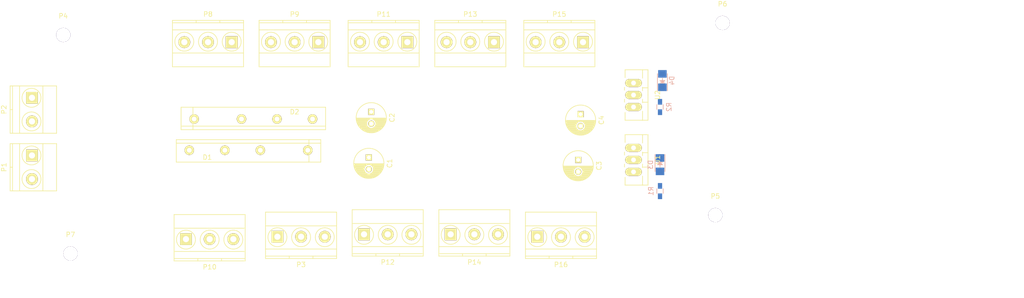
<source format=kicad_pcb>
(kicad_pcb (version 4) (host pcbnew 4.0.2-1.fc23-product)

  (general
    (links 54)
    (no_connects 54)
    (area 142.127 86.1145 358.648001 149.790001)
    (thickness 1.6)
    (drawings 2)
    (tracks 0)
    (zones 0)
    (modules 28)
    (nets 11)
  )

  (page A4)
  (layers
    (0 F.Cu signal)
    (31 B.Cu signal)
    (32 B.Adhes user)
    (33 F.Adhes user)
    (34 B.Paste user)
    (35 F.Paste user)
    (36 B.SilkS user)
    (37 F.SilkS user)
    (38 B.Mask user)
    (39 F.Mask user)
    (40 Dwgs.User user)
    (41 Cmts.User user)
    (42 Eco1.User user)
    (43 Eco2.User user)
    (44 Edge.Cuts user)
    (45 Margin user)
    (46 B.CrtYd user)
    (47 F.CrtYd user)
    (48 B.Fab user)
    (49 F.Fab user)
  )

  (setup
    (last_trace_width 1)
    (trace_clearance 0.4)
    (zone_clearance 0.508)
    (zone_45_only no)
    (trace_min 0.2)
    (segment_width 0.2)
    (edge_width 0.15)
    (via_size 0.6)
    (via_drill 0.4)
    (via_min_size 0.4)
    (via_min_drill 0.3)
    (uvia_size 0.3)
    (uvia_drill 0.1)
    (uvias_allowed no)
    (uvia_min_size 0.2)
    (uvia_min_drill 0.1)
    (pcb_text_width 0.3)
    (pcb_text_size 1.5 1.5)
    (mod_edge_width 0.15)
    (mod_text_size 1 1)
    (mod_text_width 0.15)
    (pad_size 1.524 1.524)
    (pad_drill 0.762)
    (pad_to_mask_clearance 0.2)
    (aux_axis_origin 0 0)
    (visible_elements FFFFFF7F)
    (pcbplotparams
      (layerselection 0x00030_80000001)
      (usegerberextensions false)
      (excludeedgelayer true)
      (linewidth 0.100000)
      (plotframeref false)
      (viasonmask false)
      (mode 1)
      (useauxorigin false)
      (hpglpennumber 1)
      (hpglpenspeed 20)
      (hpglpendiameter 15)
      (hpglpenoverlay 2)
      (psnegative false)
      (psa4output false)
      (plotreference true)
      (plotvalue true)
      (plotinvisibletext false)
      (padsonsilk false)
      (subtractmaskfromsilk false)
      (outputformat 1)
      (mirror false)
      (drillshape 1)
      (scaleselection 1)
      (outputdirectory ""))
  )

  (net 0 "")
  (net 1 GND)
  (net 2 "Net-(C3-Pad1)")
  (net 3 "Net-(C4-Pad2)")
  (net 4 "Net-(D3-Pad2)")
  (net 5 "Net-(D4-Pad1)")
  (net 6 "Net-(D1-Pad2)")
  (net 7 "Net-(C1-Pad1)")
  (net 8 "Net-(C2-Pad2)")
  (net 9 "Net-(D1-Pad3)")
  (net 10 "Net-(D2-Pad2)")

  (net_class Default "This is the default net class."
    (clearance 0.4)
    (trace_width 1)
    (via_dia 0.6)
    (via_drill 0.4)
    (uvia_dia 0.3)
    (uvia_drill 0.1)
    (add_net GND)
    (add_net "Net-(C1-Pad1)")
    (add_net "Net-(C2-Pad2)")
    (add_net "Net-(C3-Pad1)")
    (add_net "Net-(C4-Pad2)")
    (add_net "Net-(D1-Pad2)")
    (add_net "Net-(D1-Pad3)")
    (add_net "Net-(D2-Pad2)")
    (add_net "Net-(D3-Pad2)")
    (add_net "Net-(D4-Pad1)")
  )

  (module Capacitors_ThroughHole:C_Radial_D6.3_L11.2_P2.5 (layer F.Cu) (tedit 0) (tstamp 57C49331)
    (at 220.472 119.888 270)
    (descr "Radial Electrolytic Capacitor, Diameter 6.3mm x Length 11.2mm, Pitch 2.5mm")
    (tags "Electrolytic Capacitor")
    (path /57C4CF72)
    (fp_text reference C1 (at 1.25 -4.4 270) (layer F.SilkS)
      (effects (font (size 1 1) (thickness 0.15)))
    )
    (fp_text value CP (at 1.25 4.4 270) (layer F.Fab)
      (effects (font (size 1 1) (thickness 0.15)))
    )
    (fp_line (start 1.325 -3.149) (end 1.325 3.149) (layer F.SilkS) (width 0.15))
    (fp_line (start 1.465 -3.143) (end 1.465 3.143) (layer F.SilkS) (width 0.15))
    (fp_line (start 1.605 -3.13) (end 1.605 -0.446) (layer F.SilkS) (width 0.15))
    (fp_line (start 1.605 0.446) (end 1.605 3.13) (layer F.SilkS) (width 0.15))
    (fp_line (start 1.745 -3.111) (end 1.745 -0.656) (layer F.SilkS) (width 0.15))
    (fp_line (start 1.745 0.656) (end 1.745 3.111) (layer F.SilkS) (width 0.15))
    (fp_line (start 1.885 -3.085) (end 1.885 -0.789) (layer F.SilkS) (width 0.15))
    (fp_line (start 1.885 0.789) (end 1.885 3.085) (layer F.SilkS) (width 0.15))
    (fp_line (start 2.025 -3.053) (end 2.025 -0.88) (layer F.SilkS) (width 0.15))
    (fp_line (start 2.025 0.88) (end 2.025 3.053) (layer F.SilkS) (width 0.15))
    (fp_line (start 2.165 -3.014) (end 2.165 -0.942) (layer F.SilkS) (width 0.15))
    (fp_line (start 2.165 0.942) (end 2.165 3.014) (layer F.SilkS) (width 0.15))
    (fp_line (start 2.305 -2.968) (end 2.305 -0.981) (layer F.SilkS) (width 0.15))
    (fp_line (start 2.305 0.981) (end 2.305 2.968) (layer F.SilkS) (width 0.15))
    (fp_line (start 2.445 -2.915) (end 2.445 -0.998) (layer F.SilkS) (width 0.15))
    (fp_line (start 2.445 0.998) (end 2.445 2.915) (layer F.SilkS) (width 0.15))
    (fp_line (start 2.585 -2.853) (end 2.585 -0.996) (layer F.SilkS) (width 0.15))
    (fp_line (start 2.585 0.996) (end 2.585 2.853) (layer F.SilkS) (width 0.15))
    (fp_line (start 2.725 -2.783) (end 2.725 -0.974) (layer F.SilkS) (width 0.15))
    (fp_line (start 2.725 0.974) (end 2.725 2.783) (layer F.SilkS) (width 0.15))
    (fp_line (start 2.865 -2.704) (end 2.865 -0.931) (layer F.SilkS) (width 0.15))
    (fp_line (start 2.865 0.931) (end 2.865 2.704) (layer F.SilkS) (width 0.15))
    (fp_line (start 3.005 -2.616) (end 3.005 -0.863) (layer F.SilkS) (width 0.15))
    (fp_line (start 3.005 0.863) (end 3.005 2.616) (layer F.SilkS) (width 0.15))
    (fp_line (start 3.145 -2.516) (end 3.145 -0.764) (layer F.SilkS) (width 0.15))
    (fp_line (start 3.145 0.764) (end 3.145 2.516) (layer F.SilkS) (width 0.15))
    (fp_line (start 3.285 -2.404) (end 3.285 -0.619) (layer F.SilkS) (width 0.15))
    (fp_line (start 3.285 0.619) (end 3.285 2.404) (layer F.SilkS) (width 0.15))
    (fp_line (start 3.425 -2.279) (end 3.425 -0.38) (layer F.SilkS) (width 0.15))
    (fp_line (start 3.425 0.38) (end 3.425 2.279) (layer F.SilkS) (width 0.15))
    (fp_line (start 3.565 -2.136) (end 3.565 2.136) (layer F.SilkS) (width 0.15))
    (fp_line (start 3.705 -1.974) (end 3.705 1.974) (layer F.SilkS) (width 0.15))
    (fp_line (start 3.845 -1.786) (end 3.845 1.786) (layer F.SilkS) (width 0.15))
    (fp_line (start 3.985 -1.563) (end 3.985 1.563) (layer F.SilkS) (width 0.15))
    (fp_line (start 4.125 -1.287) (end 4.125 1.287) (layer F.SilkS) (width 0.15))
    (fp_line (start 4.265 -0.912) (end 4.265 0.912) (layer F.SilkS) (width 0.15))
    (fp_circle (center 2.5 0) (end 2.5 -1) (layer F.SilkS) (width 0.15))
    (fp_circle (center 1.25 0) (end 1.25 -3.1875) (layer F.SilkS) (width 0.15))
    (fp_circle (center 1.25 0) (end 1.25 -3.4) (layer F.CrtYd) (width 0.05))
    (pad 2 thru_hole circle (at 2.5 0 270) (size 1.3 1.3) (drill 0.8) (layers *.Cu *.Mask F.SilkS)
      (net 1 GND))
    (pad 1 thru_hole rect (at 0 0 270) (size 1.3 1.3) (drill 0.8) (layers *.Cu *.Mask F.SilkS)
      (net 7 "Net-(C1-Pad1)"))
    (model Capacitors_ThroughHole.3dshapes/C_Radial_D6.3_L11.2_P2.5.wrl
      (at (xyz 0 0 0))
      (scale (xyz 1 1 1))
      (rotate (xyz 0 0 0))
    )
  )

  (module Capacitors_ThroughHole:C_Radial_D6.3_L11.2_P2.5 (layer F.Cu) (tedit 0) (tstamp 57C49337)
    (at 220.98 110.236 270)
    (descr "Radial Electrolytic Capacitor, Diameter 6.3mm x Length 11.2mm, Pitch 2.5mm")
    (tags "Electrolytic Capacitor")
    (path /57C4CF9F)
    (fp_text reference C2 (at 1.25 -4.4 270) (layer F.SilkS)
      (effects (font (size 1 1) (thickness 0.15)))
    )
    (fp_text value CP (at 1.25 4.4 270) (layer F.Fab)
      (effects (font (size 1 1) (thickness 0.15)))
    )
    (fp_line (start 1.325 -3.149) (end 1.325 3.149) (layer F.SilkS) (width 0.15))
    (fp_line (start 1.465 -3.143) (end 1.465 3.143) (layer F.SilkS) (width 0.15))
    (fp_line (start 1.605 -3.13) (end 1.605 -0.446) (layer F.SilkS) (width 0.15))
    (fp_line (start 1.605 0.446) (end 1.605 3.13) (layer F.SilkS) (width 0.15))
    (fp_line (start 1.745 -3.111) (end 1.745 -0.656) (layer F.SilkS) (width 0.15))
    (fp_line (start 1.745 0.656) (end 1.745 3.111) (layer F.SilkS) (width 0.15))
    (fp_line (start 1.885 -3.085) (end 1.885 -0.789) (layer F.SilkS) (width 0.15))
    (fp_line (start 1.885 0.789) (end 1.885 3.085) (layer F.SilkS) (width 0.15))
    (fp_line (start 2.025 -3.053) (end 2.025 -0.88) (layer F.SilkS) (width 0.15))
    (fp_line (start 2.025 0.88) (end 2.025 3.053) (layer F.SilkS) (width 0.15))
    (fp_line (start 2.165 -3.014) (end 2.165 -0.942) (layer F.SilkS) (width 0.15))
    (fp_line (start 2.165 0.942) (end 2.165 3.014) (layer F.SilkS) (width 0.15))
    (fp_line (start 2.305 -2.968) (end 2.305 -0.981) (layer F.SilkS) (width 0.15))
    (fp_line (start 2.305 0.981) (end 2.305 2.968) (layer F.SilkS) (width 0.15))
    (fp_line (start 2.445 -2.915) (end 2.445 -0.998) (layer F.SilkS) (width 0.15))
    (fp_line (start 2.445 0.998) (end 2.445 2.915) (layer F.SilkS) (width 0.15))
    (fp_line (start 2.585 -2.853) (end 2.585 -0.996) (layer F.SilkS) (width 0.15))
    (fp_line (start 2.585 0.996) (end 2.585 2.853) (layer F.SilkS) (width 0.15))
    (fp_line (start 2.725 -2.783) (end 2.725 -0.974) (layer F.SilkS) (width 0.15))
    (fp_line (start 2.725 0.974) (end 2.725 2.783) (layer F.SilkS) (width 0.15))
    (fp_line (start 2.865 -2.704) (end 2.865 -0.931) (layer F.SilkS) (width 0.15))
    (fp_line (start 2.865 0.931) (end 2.865 2.704) (layer F.SilkS) (width 0.15))
    (fp_line (start 3.005 -2.616) (end 3.005 -0.863) (layer F.SilkS) (width 0.15))
    (fp_line (start 3.005 0.863) (end 3.005 2.616) (layer F.SilkS) (width 0.15))
    (fp_line (start 3.145 -2.516) (end 3.145 -0.764) (layer F.SilkS) (width 0.15))
    (fp_line (start 3.145 0.764) (end 3.145 2.516) (layer F.SilkS) (width 0.15))
    (fp_line (start 3.285 -2.404) (end 3.285 -0.619) (layer F.SilkS) (width 0.15))
    (fp_line (start 3.285 0.619) (end 3.285 2.404) (layer F.SilkS) (width 0.15))
    (fp_line (start 3.425 -2.279) (end 3.425 -0.38) (layer F.SilkS) (width 0.15))
    (fp_line (start 3.425 0.38) (end 3.425 2.279) (layer F.SilkS) (width 0.15))
    (fp_line (start 3.565 -2.136) (end 3.565 2.136) (layer F.SilkS) (width 0.15))
    (fp_line (start 3.705 -1.974) (end 3.705 1.974) (layer F.SilkS) (width 0.15))
    (fp_line (start 3.845 -1.786) (end 3.845 1.786) (layer F.SilkS) (width 0.15))
    (fp_line (start 3.985 -1.563) (end 3.985 1.563) (layer F.SilkS) (width 0.15))
    (fp_line (start 4.125 -1.287) (end 4.125 1.287) (layer F.SilkS) (width 0.15))
    (fp_line (start 4.265 -0.912) (end 4.265 0.912) (layer F.SilkS) (width 0.15))
    (fp_circle (center 2.5 0) (end 2.5 -1) (layer F.SilkS) (width 0.15))
    (fp_circle (center 1.25 0) (end 1.25 -3.1875) (layer F.SilkS) (width 0.15))
    (fp_circle (center 1.25 0) (end 1.25 -3.4) (layer F.CrtYd) (width 0.05))
    (pad 2 thru_hole circle (at 2.5 0 270) (size 1.3 1.3) (drill 0.8) (layers *.Cu *.Mask F.SilkS)
      (net 8 "Net-(C2-Pad2)"))
    (pad 1 thru_hole rect (at 0 0 270) (size 1.3 1.3) (drill 0.8) (layers *.Cu *.Mask F.SilkS)
      (net 1 GND))
    (model Capacitors_ThroughHole.3dshapes/C_Radial_D6.3_L11.2_P2.5.wrl
      (at (xyz 0 0 0))
      (scale (xyz 1 1 1))
      (rotate (xyz 0 0 0))
    )
  )

  (module Capacitors_ThroughHole:C_Radial_D6.3_L11.2_P2.5 (layer F.Cu) (tedit 0) (tstamp 57C4933D)
    (at 264.668 120.396 270)
    (descr "Radial Electrolytic Capacitor, Diameter 6.3mm x Length 11.2mm, Pitch 2.5mm")
    (tags "Electrolytic Capacitor")
    (path /57C4D180)
    (fp_text reference C3 (at 1.25 -4.4 270) (layer F.SilkS)
      (effects (font (size 1 1) (thickness 0.15)))
    )
    (fp_text value CP (at 1.25 4.4 270) (layer F.Fab)
      (effects (font (size 1 1) (thickness 0.15)))
    )
    (fp_line (start 1.325 -3.149) (end 1.325 3.149) (layer F.SilkS) (width 0.15))
    (fp_line (start 1.465 -3.143) (end 1.465 3.143) (layer F.SilkS) (width 0.15))
    (fp_line (start 1.605 -3.13) (end 1.605 -0.446) (layer F.SilkS) (width 0.15))
    (fp_line (start 1.605 0.446) (end 1.605 3.13) (layer F.SilkS) (width 0.15))
    (fp_line (start 1.745 -3.111) (end 1.745 -0.656) (layer F.SilkS) (width 0.15))
    (fp_line (start 1.745 0.656) (end 1.745 3.111) (layer F.SilkS) (width 0.15))
    (fp_line (start 1.885 -3.085) (end 1.885 -0.789) (layer F.SilkS) (width 0.15))
    (fp_line (start 1.885 0.789) (end 1.885 3.085) (layer F.SilkS) (width 0.15))
    (fp_line (start 2.025 -3.053) (end 2.025 -0.88) (layer F.SilkS) (width 0.15))
    (fp_line (start 2.025 0.88) (end 2.025 3.053) (layer F.SilkS) (width 0.15))
    (fp_line (start 2.165 -3.014) (end 2.165 -0.942) (layer F.SilkS) (width 0.15))
    (fp_line (start 2.165 0.942) (end 2.165 3.014) (layer F.SilkS) (width 0.15))
    (fp_line (start 2.305 -2.968) (end 2.305 -0.981) (layer F.SilkS) (width 0.15))
    (fp_line (start 2.305 0.981) (end 2.305 2.968) (layer F.SilkS) (width 0.15))
    (fp_line (start 2.445 -2.915) (end 2.445 -0.998) (layer F.SilkS) (width 0.15))
    (fp_line (start 2.445 0.998) (end 2.445 2.915) (layer F.SilkS) (width 0.15))
    (fp_line (start 2.585 -2.853) (end 2.585 -0.996) (layer F.SilkS) (width 0.15))
    (fp_line (start 2.585 0.996) (end 2.585 2.853) (layer F.SilkS) (width 0.15))
    (fp_line (start 2.725 -2.783) (end 2.725 -0.974) (layer F.SilkS) (width 0.15))
    (fp_line (start 2.725 0.974) (end 2.725 2.783) (layer F.SilkS) (width 0.15))
    (fp_line (start 2.865 -2.704) (end 2.865 -0.931) (layer F.SilkS) (width 0.15))
    (fp_line (start 2.865 0.931) (end 2.865 2.704) (layer F.SilkS) (width 0.15))
    (fp_line (start 3.005 -2.616) (end 3.005 -0.863) (layer F.SilkS) (width 0.15))
    (fp_line (start 3.005 0.863) (end 3.005 2.616) (layer F.SilkS) (width 0.15))
    (fp_line (start 3.145 -2.516) (end 3.145 -0.764) (layer F.SilkS) (width 0.15))
    (fp_line (start 3.145 0.764) (end 3.145 2.516) (layer F.SilkS) (width 0.15))
    (fp_line (start 3.285 -2.404) (end 3.285 -0.619) (layer F.SilkS) (width 0.15))
    (fp_line (start 3.285 0.619) (end 3.285 2.404) (layer F.SilkS) (width 0.15))
    (fp_line (start 3.425 -2.279) (end 3.425 -0.38) (layer F.SilkS) (width 0.15))
    (fp_line (start 3.425 0.38) (end 3.425 2.279) (layer F.SilkS) (width 0.15))
    (fp_line (start 3.565 -2.136) (end 3.565 2.136) (layer F.SilkS) (width 0.15))
    (fp_line (start 3.705 -1.974) (end 3.705 1.974) (layer F.SilkS) (width 0.15))
    (fp_line (start 3.845 -1.786) (end 3.845 1.786) (layer F.SilkS) (width 0.15))
    (fp_line (start 3.985 -1.563) (end 3.985 1.563) (layer F.SilkS) (width 0.15))
    (fp_line (start 4.125 -1.287) (end 4.125 1.287) (layer F.SilkS) (width 0.15))
    (fp_line (start 4.265 -0.912) (end 4.265 0.912) (layer F.SilkS) (width 0.15))
    (fp_circle (center 2.5 0) (end 2.5 -1) (layer F.SilkS) (width 0.15))
    (fp_circle (center 1.25 0) (end 1.25 -3.1875) (layer F.SilkS) (width 0.15))
    (fp_circle (center 1.25 0) (end 1.25 -3.4) (layer F.CrtYd) (width 0.05))
    (pad 2 thru_hole circle (at 2.5 0 270) (size 1.3 1.3) (drill 0.8) (layers *.Cu *.Mask F.SilkS)
      (net 1 GND))
    (pad 1 thru_hole rect (at 0 0 270) (size 1.3 1.3) (drill 0.8) (layers *.Cu *.Mask F.SilkS)
      (net 2 "Net-(C3-Pad1)"))
    (model Capacitors_ThroughHole.3dshapes/C_Radial_D6.3_L11.2_P2.5.wrl
      (at (xyz 0 0 0))
      (scale (xyz 1 1 1))
      (rotate (xyz 0 0 0))
    )
  )

  (module Capacitors_ThroughHole:C_Radial_D6.3_L11.2_P2.5 (layer F.Cu) (tedit 0) (tstamp 57C49343)
    (at 265.176 110.744 270)
    (descr "Radial Electrolytic Capacitor, Diameter 6.3mm x Length 11.2mm, Pitch 2.5mm")
    (tags "Electrolytic Capacitor")
    (path /57C4D1CA)
    (fp_text reference C4 (at 1.25 -4.4 270) (layer F.SilkS)
      (effects (font (size 1 1) (thickness 0.15)))
    )
    (fp_text value CP (at 1.25 4.4 270) (layer F.Fab)
      (effects (font (size 1 1) (thickness 0.15)))
    )
    (fp_line (start 1.325 -3.149) (end 1.325 3.149) (layer F.SilkS) (width 0.15))
    (fp_line (start 1.465 -3.143) (end 1.465 3.143) (layer F.SilkS) (width 0.15))
    (fp_line (start 1.605 -3.13) (end 1.605 -0.446) (layer F.SilkS) (width 0.15))
    (fp_line (start 1.605 0.446) (end 1.605 3.13) (layer F.SilkS) (width 0.15))
    (fp_line (start 1.745 -3.111) (end 1.745 -0.656) (layer F.SilkS) (width 0.15))
    (fp_line (start 1.745 0.656) (end 1.745 3.111) (layer F.SilkS) (width 0.15))
    (fp_line (start 1.885 -3.085) (end 1.885 -0.789) (layer F.SilkS) (width 0.15))
    (fp_line (start 1.885 0.789) (end 1.885 3.085) (layer F.SilkS) (width 0.15))
    (fp_line (start 2.025 -3.053) (end 2.025 -0.88) (layer F.SilkS) (width 0.15))
    (fp_line (start 2.025 0.88) (end 2.025 3.053) (layer F.SilkS) (width 0.15))
    (fp_line (start 2.165 -3.014) (end 2.165 -0.942) (layer F.SilkS) (width 0.15))
    (fp_line (start 2.165 0.942) (end 2.165 3.014) (layer F.SilkS) (width 0.15))
    (fp_line (start 2.305 -2.968) (end 2.305 -0.981) (layer F.SilkS) (width 0.15))
    (fp_line (start 2.305 0.981) (end 2.305 2.968) (layer F.SilkS) (width 0.15))
    (fp_line (start 2.445 -2.915) (end 2.445 -0.998) (layer F.SilkS) (width 0.15))
    (fp_line (start 2.445 0.998) (end 2.445 2.915) (layer F.SilkS) (width 0.15))
    (fp_line (start 2.585 -2.853) (end 2.585 -0.996) (layer F.SilkS) (width 0.15))
    (fp_line (start 2.585 0.996) (end 2.585 2.853) (layer F.SilkS) (width 0.15))
    (fp_line (start 2.725 -2.783) (end 2.725 -0.974) (layer F.SilkS) (width 0.15))
    (fp_line (start 2.725 0.974) (end 2.725 2.783) (layer F.SilkS) (width 0.15))
    (fp_line (start 2.865 -2.704) (end 2.865 -0.931) (layer F.SilkS) (width 0.15))
    (fp_line (start 2.865 0.931) (end 2.865 2.704) (layer F.SilkS) (width 0.15))
    (fp_line (start 3.005 -2.616) (end 3.005 -0.863) (layer F.SilkS) (width 0.15))
    (fp_line (start 3.005 0.863) (end 3.005 2.616) (layer F.SilkS) (width 0.15))
    (fp_line (start 3.145 -2.516) (end 3.145 -0.764) (layer F.SilkS) (width 0.15))
    (fp_line (start 3.145 0.764) (end 3.145 2.516) (layer F.SilkS) (width 0.15))
    (fp_line (start 3.285 -2.404) (end 3.285 -0.619) (layer F.SilkS) (width 0.15))
    (fp_line (start 3.285 0.619) (end 3.285 2.404) (layer F.SilkS) (width 0.15))
    (fp_line (start 3.425 -2.279) (end 3.425 -0.38) (layer F.SilkS) (width 0.15))
    (fp_line (start 3.425 0.38) (end 3.425 2.279) (layer F.SilkS) (width 0.15))
    (fp_line (start 3.565 -2.136) (end 3.565 2.136) (layer F.SilkS) (width 0.15))
    (fp_line (start 3.705 -1.974) (end 3.705 1.974) (layer F.SilkS) (width 0.15))
    (fp_line (start 3.845 -1.786) (end 3.845 1.786) (layer F.SilkS) (width 0.15))
    (fp_line (start 3.985 -1.563) (end 3.985 1.563) (layer F.SilkS) (width 0.15))
    (fp_line (start 4.125 -1.287) (end 4.125 1.287) (layer F.SilkS) (width 0.15))
    (fp_line (start 4.265 -0.912) (end 4.265 0.912) (layer F.SilkS) (width 0.15))
    (fp_circle (center 2.5 0) (end 2.5 -1) (layer F.SilkS) (width 0.15))
    (fp_circle (center 1.25 0) (end 1.25 -3.1875) (layer F.SilkS) (width 0.15))
    (fp_circle (center 1.25 0) (end 1.25 -3.4) (layer F.CrtYd) (width 0.05))
    (pad 2 thru_hole circle (at 2.5 0 270) (size 1.3 1.3) (drill 0.8) (layers *.Cu *.Mask F.SilkS)
      (net 3 "Net-(C4-Pad2)"))
    (pad 1 thru_hole rect (at 0 0 270) (size 1.3 1.3) (drill 0.8) (layers *.Cu *.Mask F.SilkS)
      (net 1 GND))
    (model Capacitors_ThroughHole.3dshapes/C_Radial_D6.3_L11.2_P2.5.wrl
      (at (xyz 0 0 0))
      (scale (xyz 1 1 1))
      (rotate (xyz 0 0 0))
    )
  )

  (module LEDs:LED-1206 (layer B.Cu) (tedit 55BDE2E8) (tstamp 57C49349)
    (at 281.94 121.412 270)
    (descr "LED 1206 smd package")
    (tags "LED1206 SMD")
    (path /57C4DCD1)
    (attr smd)
    (fp_text reference D3 (at 0 2 270) (layer B.SilkS)
      (effects (font (size 1 1) (thickness 0.15)) (justify mirror))
    )
    (fp_text value Led_Small (at 0 -2 270) (layer B.Fab)
      (effects (font (size 1 1) (thickness 0.15)) (justify mirror))
    )
    (fp_line (start -2.15 -1.05) (end 1.45 -1.05) (layer B.SilkS) (width 0.15))
    (fp_line (start -2.15 1.05) (end 1.45 1.05) (layer B.SilkS) (width 0.15))
    (fp_line (start -0.1 0.3) (end -0.1 -0.3) (layer B.SilkS) (width 0.15))
    (fp_line (start -0.1 -0.3) (end -0.4 0) (layer B.SilkS) (width 0.15))
    (fp_line (start -0.4 0) (end -0.2 0.2) (layer B.SilkS) (width 0.15))
    (fp_line (start -0.2 0.2) (end -0.2 -0.05) (layer B.SilkS) (width 0.15))
    (fp_line (start -0.2 -0.05) (end -0.25 0) (layer B.SilkS) (width 0.15))
    (fp_line (start -0.5 0.5) (end -0.5 -0.5) (layer B.SilkS) (width 0.15))
    (fp_line (start 0 0) (end 0.5 0) (layer B.SilkS) (width 0.15))
    (fp_line (start -0.5 0) (end 0 0.5) (layer B.SilkS) (width 0.15))
    (fp_line (start 0 0.5) (end 0 -0.5) (layer B.SilkS) (width 0.15))
    (fp_line (start 0 -0.5) (end -0.5 0) (layer B.SilkS) (width 0.15))
    (fp_line (start 2.5 1.25) (end -2.5 1.25) (layer B.CrtYd) (width 0.05))
    (fp_line (start -2.5 1.25) (end -2.5 -1.25) (layer B.CrtYd) (width 0.05))
    (fp_line (start -2.5 -1.25) (end 2.5 -1.25) (layer B.CrtYd) (width 0.05))
    (fp_line (start 2.5 -1.25) (end 2.5 1.25) (layer B.CrtYd) (width 0.05))
    (pad 2 smd rect (at 1.41986 0 90) (size 1.59766 1.80086) (layers B.Cu B.Paste B.Mask)
      (net 4 "Net-(D3-Pad2)"))
    (pad 1 smd rect (at -1.41986 0 90) (size 1.59766 1.80086) (layers B.Cu B.Paste B.Mask)
      (net 1 GND))
  )

  (module LEDs:LED-1206 (layer B.Cu) (tedit 55BDE2E8) (tstamp 57C4934F)
    (at 282.448 103.632 90)
    (descr "LED 1206 smd package")
    (tags "LED1206 SMD")
    (path /57C4DF09)
    (attr smd)
    (fp_text reference D4 (at 0 2 90) (layer B.SilkS)
      (effects (font (size 1 1) (thickness 0.15)) (justify mirror))
    )
    (fp_text value Led_Small (at 0 -2 90) (layer B.Fab)
      (effects (font (size 1 1) (thickness 0.15)) (justify mirror))
    )
    (fp_line (start -2.15 -1.05) (end 1.45 -1.05) (layer B.SilkS) (width 0.15))
    (fp_line (start -2.15 1.05) (end 1.45 1.05) (layer B.SilkS) (width 0.15))
    (fp_line (start -0.1 0.3) (end -0.1 -0.3) (layer B.SilkS) (width 0.15))
    (fp_line (start -0.1 -0.3) (end -0.4 0) (layer B.SilkS) (width 0.15))
    (fp_line (start -0.4 0) (end -0.2 0.2) (layer B.SilkS) (width 0.15))
    (fp_line (start -0.2 0.2) (end -0.2 -0.05) (layer B.SilkS) (width 0.15))
    (fp_line (start -0.2 -0.05) (end -0.25 0) (layer B.SilkS) (width 0.15))
    (fp_line (start -0.5 0.5) (end -0.5 -0.5) (layer B.SilkS) (width 0.15))
    (fp_line (start 0 0) (end 0.5 0) (layer B.SilkS) (width 0.15))
    (fp_line (start -0.5 0) (end 0 0.5) (layer B.SilkS) (width 0.15))
    (fp_line (start 0 0.5) (end 0 -0.5) (layer B.SilkS) (width 0.15))
    (fp_line (start 0 -0.5) (end -0.5 0) (layer B.SilkS) (width 0.15))
    (fp_line (start 2.5 1.25) (end -2.5 1.25) (layer B.CrtYd) (width 0.05))
    (fp_line (start -2.5 1.25) (end -2.5 -1.25) (layer B.CrtYd) (width 0.05))
    (fp_line (start -2.5 -1.25) (end 2.5 -1.25) (layer B.CrtYd) (width 0.05))
    (fp_line (start 2.5 -1.25) (end 2.5 1.25) (layer B.CrtYd) (width 0.05))
    (pad 2 smd rect (at 1.41986 0 270) (size 1.59766 1.80086) (layers B.Cu B.Paste B.Mask)
      (net 1 GND))
    (pad 1 smd rect (at -1.41986 0 270) (size 1.59766 1.80086) (layers B.Cu B.Paste B.Mask)
      (net 5 "Net-(D4-Pad1)"))
  )

  (module Terminal_Blocks:TerminalBlock_Pheonix_MKDS1.5-2pol (layer F.Cu) (tedit 563007E4) (tstamp 57C49355)
    (at 149.352 119.46 270)
    (descr "2-way 5mm pitch terminal block, Phoenix MKDS series")
    (path /57C4D556)
    (fp_text reference P1 (at 2.5 5.9 270) (layer F.SilkS)
      (effects (font (size 1 1) (thickness 0.15)))
    )
    (fp_text value ACIN (at 2.5 -6.6 270) (layer F.Fab)
      (effects (font (size 1 1) (thickness 0.15)))
    )
    (fp_line (start -2.7 -5.4) (end 7.7 -5.4) (layer F.CrtYd) (width 0.05))
    (fp_line (start -2.7 4.8) (end -2.7 -5.4) (layer F.CrtYd) (width 0.05))
    (fp_line (start 7.7 4.8) (end -2.7 4.8) (layer F.CrtYd) (width 0.05))
    (fp_line (start 7.7 -5.4) (end 7.7 4.8) (layer F.CrtYd) (width 0.05))
    (fp_line (start 2.5 4.1) (end 2.5 4.6) (layer F.SilkS) (width 0.15))
    (fp_circle (center 5 0.1) (end 3 0.1) (layer F.SilkS) (width 0.15))
    (fp_circle (center 0 0.1) (end 2 0.1) (layer F.SilkS) (width 0.15))
    (fp_line (start -2.5 2.6) (end 7.5 2.6) (layer F.SilkS) (width 0.15))
    (fp_line (start -2.5 -2.3) (end 7.5 -2.3) (layer F.SilkS) (width 0.15))
    (fp_line (start -2.5 4.1) (end 7.5 4.1) (layer F.SilkS) (width 0.15))
    (fp_line (start -2.5 4.6) (end 7.5 4.6) (layer F.SilkS) (width 0.15))
    (fp_line (start 7.5 4.6) (end 7.5 -5.2) (layer F.SilkS) (width 0.15))
    (fp_line (start 7.5 -5.2) (end -2.5 -5.2) (layer F.SilkS) (width 0.15))
    (fp_line (start -2.5 -5.2) (end -2.5 4.6) (layer F.SilkS) (width 0.15))
    (pad 1 thru_hole rect (at 0 0 270) (size 2.5 2.5) (drill 1.3) (layers *.Cu *.Mask F.SilkS)
      (net 6 "Net-(D1-Pad2)"))
    (pad 2 thru_hole circle (at 5 0 270) (size 2.5 2.5) (drill 1.3) (layers *.Cu *.Mask F.SilkS)
      (net 9 "Net-(D1-Pad3)"))
    (model Terminal_Blocks.3dshapes/TerminalBlock_Pheonix_MKDS1.5-2pol.wrl
      (at (xyz 0.0984 0 0))
      (scale (xyz 1 1 1))
      (rotate (xyz 0 0 0))
    )
  )

  (module Terminal_Blocks:TerminalBlock_Pheonix_MKDS1.5-2pol (layer F.Cu) (tedit 563007E4) (tstamp 57C4935B)
    (at 149.352 107.268 270)
    (descr "2-way 5mm pitch terminal block, Phoenix MKDS series")
    (path /57C4D631)
    (fp_text reference P2 (at 2.5 5.9 270) (layer F.SilkS)
      (effects (font (size 1 1) (thickness 0.15)))
    )
    (fp_text value ACIN (at 2.5 -6.6 270) (layer F.Fab)
      (effects (font (size 1 1) (thickness 0.15)))
    )
    (fp_line (start -2.7 -5.4) (end 7.7 -5.4) (layer F.CrtYd) (width 0.05))
    (fp_line (start -2.7 4.8) (end -2.7 -5.4) (layer F.CrtYd) (width 0.05))
    (fp_line (start 7.7 4.8) (end -2.7 4.8) (layer F.CrtYd) (width 0.05))
    (fp_line (start 7.7 -5.4) (end 7.7 4.8) (layer F.CrtYd) (width 0.05))
    (fp_line (start 2.5 4.1) (end 2.5 4.6) (layer F.SilkS) (width 0.15))
    (fp_circle (center 5 0.1) (end 3 0.1) (layer F.SilkS) (width 0.15))
    (fp_circle (center 0 0.1) (end 2 0.1) (layer F.SilkS) (width 0.15))
    (fp_line (start -2.5 2.6) (end 7.5 2.6) (layer F.SilkS) (width 0.15))
    (fp_line (start -2.5 -2.3) (end 7.5 -2.3) (layer F.SilkS) (width 0.15))
    (fp_line (start -2.5 4.1) (end 7.5 4.1) (layer F.SilkS) (width 0.15))
    (fp_line (start -2.5 4.6) (end 7.5 4.6) (layer F.SilkS) (width 0.15))
    (fp_line (start 7.5 4.6) (end 7.5 -5.2) (layer F.SilkS) (width 0.15))
    (fp_line (start 7.5 -5.2) (end -2.5 -5.2) (layer F.SilkS) (width 0.15))
    (fp_line (start -2.5 -5.2) (end -2.5 4.6) (layer F.SilkS) (width 0.15))
    (pad 1 thru_hole rect (at 0 0 270) (size 2.5 2.5) (drill 1.3) (layers *.Cu *.Mask F.SilkS)
      (net 10 "Net-(D2-Pad2)"))
    (pad 2 thru_hole circle (at 5 0 270) (size 2.5 2.5) (drill 1.3) (layers *.Cu *.Mask F.SilkS)
      (net 6 "Net-(D1-Pad2)"))
    (model Terminal_Blocks.3dshapes/TerminalBlock_Pheonix_MKDS1.5-2pol.wrl
      (at (xyz 0.0984 0 0))
      (scale (xyz 1 1 1))
      (rotate (xyz 0 0 0))
    )
  )

  (module Terminal_Blocks:TerminalBlock_Pheonix_MKDS1.5-3pol (layer F.Cu) (tedit 5630081E) (tstamp 57C49362)
    (at 201.168 136.652)
    (descr "3-way 5mm pitch terminal block, Phoenix MKDS series")
    (path /57C4D3D6)
    (fp_text reference P3 (at 5 5.9) (layer F.SilkS)
      (effects (font (size 1 1) (thickness 0.15)))
    )
    (fp_text value DCOUT (at 5 -6.6) (layer F.Fab)
      (effects (font (size 1 1) (thickness 0.15)))
    )
    (fp_line (start -2.7 4.8) (end -2.7 -5.4) (layer F.CrtYd) (width 0.05))
    (fp_line (start 12.7 4.8) (end -2.7 4.8) (layer F.CrtYd) (width 0.05))
    (fp_line (start 12.7 -5.4) (end 12.7 4.8) (layer F.CrtYd) (width 0.05))
    (fp_line (start -2.7 -5.4) (end 12.7 -5.4) (layer F.CrtYd) (width 0.05))
    (fp_circle (center 10 0.1) (end 8 0.1) (layer F.SilkS) (width 0.15))
    (fp_line (start 7.5 4.1) (end 7.5 4.6) (layer F.SilkS) (width 0.15))
    (fp_line (start 2.5 4.1) (end 2.5 4.6) (layer F.SilkS) (width 0.15))
    (fp_circle (center 5 0.1) (end 3 0.1) (layer F.SilkS) (width 0.15))
    (fp_circle (center 0 0.1) (end 2 0.1) (layer F.SilkS) (width 0.15))
    (fp_line (start -2.5 2.6) (end 12.5 2.6) (layer F.SilkS) (width 0.15))
    (fp_line (start -2.5 -2.3) (end 12.5 -2.3) (layer F.SilkS) (width 0.15))
    (fp_line (start -2.5 4.1) (end 12.5 4.1) (layer F.SilkS) (width 0.15))
    (fp_line (start -2.5 4.6) (end 12.5 4.6) (layer F.SilkS) (width 0.15))
    (fp_line (start 12.5 4.6) (end 12.5 -5.2) (layer F.SilkS) (width 0.15))
    (fp_line (start 12.5 -5.2) (end -2.5 -5.2) (layer F.SilkS) (width 0.15))
    (fp_line (start -2.5 -5.2) (end -2.5 4.6) (layer F.SilkS) (width 0.15))
    (pad 3 thru_hole circle (at 10 0) (size 2.5 2.5) (drill 1.3) (layers *.Cu *.Mask F.SilkS)
      (net 3 "Net-(C4-Pad2)"))
    (pad 1 thru_hole rect (at 0 0) (size 2.5 2.5) (drill 1.3) (layers *.Cu *.Mask F.SilkS)
      (net 2 "Net-(C3-Pad1)"))
    (pad 2 thru_hole circle (at 5 0) (size 2.5 2.5) (drill 1.3) (layers *.Cu *.Mask F.SilkS)
      (net 1 GND))
    (model Terminal_Blocks.3dshapes/TerminalBlock_Pheonix_MKDS1.5-3pol.wrl
      (at (xyz 0.1968 0 0))
      (scale (xyz 1 1 1))
      (rotate (xyz 0 0 0))
    )
  )

  (module Mounting_Holes:MountingHole_3mm (layer F.Cu) (tedit 0) (tstamp 57C49367)
    (at 155.956 93.98)
    (descr "Mounting hole, Befestigungsbohrung, 3mm, No Annular, Kein Restring,")
    (tags "Mounting hole, Befestigungsbohrung, 3mm, No Annular, Kein Restring,")
    (path /57C4E354)
    (fp_text reference P4 (at 0 -4.0005) (layer F.SilkS)
      (effects (font (size 1 1) (thickness 0.15)))
    )
    (fp_text value CONN_01X01 (at 1.00076 5.00126) (layer F.Fab)
      (effects (font (size 1 1) (thickness 0.15)))
    )
    (fp_circle (center 0 0) (end 3 0) (layer Cmts.User) (width 0.381))
    (pad 1 thru_hole circle (at 0 0) (size 3 3) (drill 3) (layers))
  )

  (module Mounting_Holes:MountingHole_3mm (layer F.Cu) (tedit 0) (tstamp 57C4936C)
    (at 293.624 132.08)
    (descr "Mounting hole, Befestigungsbohrung, 3mm, No Annular, Kein Restring,")
    (tags "Mounting hole, Befestigungsbohrung, 3mm, No Annular, Kein Restring,")
    (path /57C4E3ED)
    (fp_text reference P5 (at 0 -4.0005) (layer F.SilkS)
      (effects (font (size 1 1) (thickness 0.15)))
    )
    (fp_text value CONN_01X01 (at 1.00076 5.00126) (layer F.Fab)
      (effects (font (size 1 1) (thickness 0.15)))
    )
    (fp_circle (center 0 0) (end 3 0) (layer Cmts.User) (width 0.381))
    (pad 1 thru_hole circle (at 0 0) (size 3 3) (drill 3) (layers))
  )

  (module Mounting_Holes:MountingHole_3mm (layer F.Cu) (tedit 0) (tstamp 57C49371)
    (at 295.148 91.44)
    (descr "Mounting hole, Befestigungsbohrung, 3mm, No Annular, Kein Restring,")
    (tags "Mounting hole, Befestigungsbohrung, 3mm, No Annular, Kein Restring,")
    (path /57C4E436)
    (fp_text reference P6 (at 0 -4.0005) (layer F.SilkS)
      (effects (font (size 1 1) (thickness 0.15)))
    )
    (fp_text value CONN_01X01 (at 1.00076 5.00126) (layer F.Fab)
      (effects (font (size 1 1) (thickness 0.15)))
    )
    (fp_circle (center 0 0) (end 3 0) (layer Cmts.User) (width 0.381))
    (pad 1 thru_hole circle (at 0 0) (size 3 3) (drill 3) (layers))
  )

  (module Mounting_Holes:MountingHole_3mm (layer F.Cu) (tedit 0) (tstamp 57C49376)
    (at 157.48 140.208)
    (descr "Mounting hole, Befestigungsbohrung, 3mm, No Annular, Kein Restring,")
    (tags "Mounting hole, Befestigungsbohrung, 3mm, No Annular, Kein Restring,")
    (path /57C4E47E)
    (fp_text reference P7 (at 0 -4.0005) (layer F.SilkS)
      (effects (font (size 1 1) (thickness 0.15)))
    )
    (fp_text value CONN_01X01 (at 1.00076 5.00126) (layer F.Fab)
      (effects (font (size 1 1) (thickness 0.15)))
    )
    (fp_circle (center 0 0) (end 3 0) (layer Cmts.User) (width 0.381))
    (pad 1 thru_hole circle (at 0 0) (size 3 3) (drill 3) (layers))
  )

  (module Resistors_SMD:R_0603_HandSoldering (layer B.Cu) (tedit 5418A00F) (tstamp 57C4937C)
    (at 281.94 127 270)
    (descr "Resistor SMD 0603, hand soldering")
    (tags "resistor 0603")
    (path /57C4DC3F)
    (attr smd)
    (fp_text reference R1 (at 0 1.9 270) (layer B.SilkS)
      (effects (font (size 1 1) (thickness 0.15)) (justify mirror))
    )
    (fp_text value R (at 0 -1.9 270) (layer B.Fab)
      (effects (font (size 1 1) (thickness 0.15)) (justify mirror))
    )
    (fp_line (start -2 0.8) (end 2 0.8) (layer B.CrtYd) (width 0.05))
    (fp_line (start -2 -0.8) (end 2 -0.8) (layer B.CrtYd) (width 0.05))
    (fp_line (start -2 0.8) (end -2 -0.8) (layer B.CrtYd) (width 0.05))
    (fp_line (start 2 0.8) (end 2 -0.8) (layer B.CrtYd) (width 0.05))
    (fp_line (start 0.5 -0.675) (end -0.5 -0.675) (layer B.SilkS) (width 0.15))
    (fp_line (start -0.5 0.675) (end 0.5 0.675) (layer B.SilkS) (width 0.15))
    (pad 1 smd rect (at -1.1 0 270) (size 1.2 0.9) (layers B.Cu B.Paste B.Mask)
      (net 2 "Net-(C3-Pad1)"))
    (pad 2 smd rect (at 1.1 0 270) (size 1.2 0.9) (layers B.Cu B.Paste B.Mask)
      (net 4 "Net-(D3-Pad2)"))
    (model Resistors_SMD.3dshapes/R_0603_HandSoldering.wrl
      (at (xyz 0 0 0))
      (scale (xyz 1 1 1))
      (rotate (xyz 0 0 0))
    )
  )

  (module Resistors_SMD:R_0603_HandSoldering (layer B.Cu) (tedit 5418A00F) (tstamp 57C49382)
    (at 281.94 109.22 90)
    (descr "Resistor SMD 0603, hand soldering")
    (tags "resistor 0603")
    (path /57C4DF03)
    (attr smd)
    (fp_text reference R2 (at 0 1.9 90) (layer B.SilkS)
      (effects (font (size 1 1) (thickness 0.15)) (justify mirror))
    )
    (fp_text value R (at 0 -1.9 90) (layer B.Fab)
      (effects (font (size 1 1) (thickness 0.15)) (justify mirror))
    )
    (fp_line (start -2 0.8) (end 2 0.8) (layer B.CrtYd) (width 0.05))
    (fp_line (start -2 -0.8) (end 2 -0.8) (layer B.CrtYd) (width 0.05))
    (fp_line (start -2 0.8) (end -2 -0.8) (layer B.CrtYd) (width 0.05))
    (fp_line (start 2 0.8) (end 2 -0.8) (layer B.CrtYd) (width 0.05))
    (fp_line (start 0.5 -0.675) (end -0.5 -0.675) (layer B.SilkS) (width 0.15))
    (fp_line (start -0.5 0.675) (end 0.5 0.675) (layer B.SilkS) (width 0.15))
    (pad 1 smd rect (at -1.1 0 90) (size 1.2 0.9) (layers B.Cu B.Paste B.Mask)
      (net 3 "Net-(C4-Pad2)"))
    (pad 2 smd rect (at 1.1 0 90) (size 1.2 0.9) (layers B.Cu B.Paste B.Mask)
      (net 5 "Net-(D4-Pad1)"))
    (model Resistors_SMD.3dshapes/R_0603_HandSoldering.wrl
      (at (xyz 0 0 0))
      (scale (xyz 1 1 1))
      (rotate (xyz 0 0 0))
    )
  )

  (module TO_SOT_Packages_THT:TO-220_Neutral123_Vertical_LargePads (layer F.Cu) (tedit 0) (tstamp 57C49389)
    (at 276.352 120.396 270)
    (descr "TO-220, Neutral, Vertical, Large Pads,")
    (tags "TO-220, Neutral, Vertical, Large Pads,")
    (path /57C50044)
    (fp_text reference U1 (at 0 -5.08 270) (layer F.SilkS)
      (effects (font (size 1 1) (thickness 0.15)))
    )
    (fp_text value 7805_pins (at 0 3.81 270) (layer F.Fab)
      (effects (font (size 1 1) (thickness 0.15)))
    )
    (fp_line (start 5.334 -1.905) (end 3.429 -1.905) (layer F.SilkS) (width 0.15))
    (fp_line (start 0.889 -1.905) (end 1.651 -1.905) (layer F.SilkS) (width 0.15))
    (fp_line (start -1.524 -1.905) (end -1.651 -1.905) (layer F.SilkS) (width 0.15))
    (fp_line (start -1.524 -1.905) (end -0.889 -1.905) (layer F.SilkS) (width 0.15))
    (fp_line (start -5.334 -1.905) (end -3.556 -1.905) (layer F.SilkS) (width 0.15))
    (fp_line (start -5.334 1.778) (end -3.683 1.778) (layer F.SilkS) (width 0.15))
    (fp_line (start -1.016 1.905) (end -1.651 1.905) (layer F.SilkS) (width 0.15))
    (fp_line (start 1.524 1.905) (end 0.889 1.905) (layer F.SilkS) (width 0.15))
    (fp_line (start 5.334 1.778) (end 3.683 1.778) (layer F.SilkS) (width 0.15))
    (fp_line (start -1.524 -3.048) (end -1.524 -1.905) (layer F.SilkS) (width 0.15))
    (fp_line (start 1.524 -3.048) (end 1.524 -1.905) (layer F.SilkS) (width 0.15))
    (fp_line (start 5.334 -1.905) (end 5.334 1.778) (layer F.SilkS) (width 0.15))
    (fp_line (start -5.334 1.778) (end -5.334 -1.905) (layer F.SilkS) (width 0.15))
    (fp_line (start 5.334 -3.048) (end 5.334 -1.905) (layer F.SilkS) (width 0.15))
    (fp_line (start -5.334 -1.905) (end -5.334 -3.048) (layer F.SilkS) (width 0.15))
    (fp_line (start 0 -3.048) (end -5.334 -3.048) (layer F.SilkS) (width 0.15))
    (fp_line (start 0 -3.048) (end 5.334 -3.048) (layer F.SilkS) (width 0.15))
    (pad 2 thru_hole oval (at 0 0) (size 3.50012 1.69926) (drill 1.00076) (layers *.Cu *.Mask F.SilkS)
      (net 1 GND))
    (pad 1 thru_hole oval (at -2.54 0) (size 3.50012 1.69926) (drill 1.00076) (layers *.Cu *.Mask F.SilkS)
      (net 7 "Net-(C1-Pad1)"))
    (pad 3 thru_hole oval (at 2.54 0) (size 3.50012 1.69926) (drill 1.00076) (layers *.Cu *.Mask F.SilkS)
      (net 2 "Net-(C3-Pad1)"))
    (model TO_SOT_Packages_THT.3dshapes/TO-220_Neutral123_Vertical_LargePads.wrl
      (at (xyz 0 0 0))
      (scale (xyz 0.3937 0.3937 0.3937))
      (rotate (xyz 0 0 0))
    )
  )

  (module TO_SOT_Packages_THT:TO-220_Neutral123_Vertical_LargePads (layer F.Cu) (tedit 0) (tstamp 57C49390)
    (at 276.352 106.68 270)
    (descr "TO-220, Neutral, Vertical, Large Pads,")
    (tags "TO-220, Neutral, Vertical, Large Pads,")
    (path /57C4FCB7)
    (fp_text reference U2 (at 0 -5.08 270) (layer F.SilkS)
      (effects (font (size 1 1) (thickness 0.15)))
    )
    (fp_text value 7905_pins (at 0 3.81 270) (layer F.Fab)
      (effects (font (size 1 1) (thickness 0.15)))
    )
    (fp_line (start 5.334 -1.905) (end 3.429 -1.905) (layer F.SilkS) (width 0.15))
    (fp_line (start 0.889 -1.905) (end 1.651 -1.905) (layer F.SilkS) (width 0.15))
    (fp_line (start -1.524 -1.905) (end -1.651 -1.905) (layer F.SilkS) (width 0.15))
    (fp_line (start -1.524 -1.905) (end -0.889 -1.905) (layer F.SilkS) (width 0.15))
    (fp_line (start -5.334 -1.905) (end -3.556 -1.905) (layer F.SilkS) (width 0.15))
    (fp_line (start -5.334 1.778) (end -3.683 1.778) (layer F.SilkS) (width 0.15))
    (fp_line (start -1.016 1.905) (end -1.651 1.905) (layer F.SilkS) (width 0.15))
    (fp_line (start 1.524 1.905) (end 0.889 1.905) (layer F.SilkS) (width 0.15))
    (fp_line (start 5.334 1.778) (end 3.683 1.778) (layer F.SilkS) (width 0.15))
    (fp_line (start -1.524 -3.048) (end -1.524 -1.905) (layer F.SilkS) (width 0.15))
    (fp_line (start 1.524 -3.048) (end 1.524 -1.905) (layer F.SilkS) (width 0.15))
    (fp_line (start 5.334 -1.905) (end 5.334 1.778) (layer F.SilkS) (width 0.15))
    (fp_line (start -5.334 1.778) (end -5.334 -1.905) (layer F.SilkS) (width 0.15))
    (fp_line (start 5.334 -3.048) (end 5.334 -1.905) (layer F.SilkS) (width 0.15))
    (fp_line (start -5.334 -1.905) (end -5.334 -3.048) (layer F.SilkS) (width 0.15))
    (fp_line (start 0 -3.048) (end -5.334 -3.048) (layer F.SilkS) (width 0.15))
    (fp_line (start 0 -3.048) (end 5.334 -3.048) (layer F.SilkS) (width 0.15))
    (pad 2 thru_hole oval (at 0 0) (size 3.50012 1.69926) (drill 1.00076) (layers *.Cu *.Mask F.SilkS)
      (net 8 "Net-(C2-Pad2)"))
    (pad 1 thru_hole oval (at -2.54 0) (size 3.50012 1.69926) (drill 1.00076) (layers *.Cu *.Mask F.SilkS)
      (net 1 GND))
    (pad 3 thru_hole oval (at 2.54 0) (size 3.50012 1.69926) (drill 1.00076) (layers *.Cu *.Mask F.SilkS)
      (net 3 "Net-(C4-Pad2)"))
    (model TO_SOT_Packages_THT.3dshapes/TO-220_Neutral123_Vertical_LargePads.wrl
      (at (xyz 0 0 0))
      (scale (xyz 0.3937 0.3937 0.3937))
      (rotate (xyz 0 0 0))
    )
  )

  (module Terminal_Blocks:TerminalBlock_Pheonix_MKDS1.5-3pol (layer F.Cu) (tedit 5630081E) (tstamp 57C49491)
    (at 191.516 95.504 180)
    (descr "3-way 5mm pitch terminal block, Phoenix MKDS series")
    (path /57C4F5F0)
    (fp_text reference P8 (at 5 5.9 180) (layer F.SilkS)
      (effects (font (size 1 1) (thickness 0.15)))
    )
    (fp_text value DCOUT (at 5 -6.6 180) (layer F.Fab)
      (effects (font (size 1 1) (thickness 0.15)))
    )
    (fp_line (start -2.7 4.8) (end -2.7 -5.4) (layer F.CrtYd) (width 0.05))
    (fp_line (start 12.7 4.8) (end -2.7 4.8) (layer F.CrtYd) (width 0.05))
    (fp_line (start 12.7 -5.4) (end 12.7 4.8) (layer F.CrtYd) (width 0.05))
    (fp_line (start -2.7 -5.4) (end 12.7 -5.4) (layer F.CrtYd) (width 0.05))
    (fp_circle (center 10 0.1) (end 8 0.1) (layer F.SilkS) (width 0.15))
    (fp_line (start 7.5 4.1) (end 7.5 4.6) (layer F.SilkS) (width 0.15))
    (fp_line (start 2.5 4.1) (end 2.5 4.6) (layer F.SilkS) (width 0.15))
    (fp_circle (center 5 0.1) (end 3 0.1) (layer F.SilkS) (width 0.15))
    (fp_circle (center 0 0.1) (end 2 0.1) (layer F.SilkS) (width 0.15))
    (fp_line (start -2.5 2.6) (end 12.5 2.6) (layer F.SilkS) (width 0.15))
    (fp_line (start -2.5 -2.3) (end 12.5 -2.3) (layer F.SilkS) (width 0.15))
    (fp_line (start -2.5 4.1) (end 12.5 4.1) (layer F.SilkS) (width 0.15))
    (fp_line (start -2.5 4.6) (end 12.5 4.6) (layer F.SilkS) (width 0.15))
    (fp_line (start 12.5 4.6) (end 12.5 -5.2) (layer F.SilkS) (width 0.15))
    (fp_line (start 12.5 -5.2) (end -2.5 -5.2) (layer F.SilkS) (width 0.15))
    (fp_line (start -2.5 -5.2) (end -2.5 4.6) (layer F.SilkS) (width 0.15))
    (pad 3 thru_hole circle (at 10 0 180) (size 2.5 2.5) (drill 1.3) (layers *.Cu *.Mask F.SilkS)
      (net 3 "Net-(C4-Pad2)"))
    (pad 1 thru_hole rect (at 0 0 180) (size 2.5 2.5) (drill 1.3) (layers *.Cu *.Mask F.SilkS)
      (net 2 "Net-(C3-Pad1)"))
    (pad 2 thru_hole circle (at 5 0 180) (size 2.5 2.5) (drill 1.3) (layers *.Cu *.Mask F.SilkS)
      (net 1 GND))
    (model Terminal_Blocks.3dshapes/TerminalBlock_Pheonix_MKDS1.5-3pol.wrl
      (at (xyz 0.1968 0 0))
      (scale (xyz 1 1 1))
      (rotate (xyz 0 0 0))
    )
  )

  (module Terminal_Blocks:TerminalBlock_Pheonix_MKDS1.5-3pol (layer F.Cu) (tedit 5630081E) (tstamp 57C49498)
    (at 209.804 95.504 180)
    (descr "3-way 5mm pitch terminal block, Phoenix MKDS series")
    (path /57C4F88C)
    (fp_text reference P9 (at 5 5.9 180) (layer F.SilkS)
      (effects (font (size 1 1) (thickness 0.15)))
    )
    (fp_text value DCOUT (at 5 -6.6 180) (layer F.Fab)
      (effects (font (size 1 1) (thickness 0.15)))
    )
    (fp_line (start -2.7 4.8) (end -2.7 -5.4) (layer F.CrtYd) (width 0.05))
    (fp_line (start 12.7 4.8) (end -2.7 4.8) (layer F.CrtYd) (width 0.05))
    (fp_line (start 12.7 -5.4) (end 12.7 4.8) (layer F.CrtYd) (width 0.05))
    (fp_line (start -2.7 -5.4) (end 12.7 -5.4) (layer F.CrtYd) (width 0.05))
    (fp_circle (center 10 0.1) (end 8 0.1) (layer F.SilkS) (width 0.15))
    (fp_line (start 7.5 4.1) (end 7.5 4.6) (layer F.SilkS) (width 0.15))
    (fp_line (start 2.5 4.1) (end 2.5 4.6) (layer F.SilkS) (width 0.15))
    (fp_circle (center 5 0.1) (end 3 0.1) (layer F.SilkS) (width 0.15))
    (fp_circle (center 0 0.1) (end 2 0.1) (layer F.SilkS) (width 0.15))
    (fp_line (start -2.5 2.6) (end 12.5 2.6) (layer F.SilkS) (width 0.15))
    (fp_line (start -2.5 -2.3) (end 12.5 -2.3) (layer F.SilkS) (width 0.15))
    (fp_line (start -2.5 4.1) (end 12.5 4.1) (layer F.SilkS) (width 0.15))
    (fp_line (start -2.5 4.6) (end 12.5 4.6) (layer F.SilkS) (width 0.15))
    (fp_line (start 12.5 4.6) (end 12.5 -5.2) (layer F.SilkS) (width 0.15))
    (fp_line (start 12.5 -5.2) (end -2.5 -5.2) (layer F.SilkS) (width 0.15))
    (fp_line (start -2.5 -5.2) (end -2.5 4.6) (layer F.SilkS) (width 0.15))
    (pad 3 thru_hole circle (at 10 0 180) (size 2.5 2.5) (drill 1.3) (layers *.Cu *.Mask F.SilkS)
      (net 3 "Net-(C4-Pad2)"))
    (pad 1 thru_hole rect (at 0 0 180) (size 2.5 2.5) (drill 1.3) (layers *.Cu *.Mask F.SilkS)
      (net 2 "Net-(C3-Pad1)"))
    (pad 2 thru_hole circle (at 5 0 180) (size 2.5 2.5) (drill 1.3) (layers *.Cu *.Mask F.SilkS)
      (net 1 GND))
    (model Terminal_Blocks.3dshapes/TerminalBlock_Pheonix_MKDS1.5-3pol.wrl
      (at (xyz 0.1968 0 0))
      (scale (xyz 1 1 1))
      (rotate (xyz 0 0 0))
    )
  )

  (module Terminal_Blocks:TerminalBlock_Pheonix_MKDS1.5-3pol (layer F.Cu) (tedit 5630081E) (tstamp 57C4949F)
    (at 181.864 137.16)
    (descr "3-way 5mm pitch terminal block, Phoenix MKDS series")
    (path /57C4F8EF)
    (fp_text reference P10 (at 5 5.9) (layer F.SilkS)
      (effects (font (size 1 1) (thickness 0.15)))
    )
    (fp_text value DCOUT (at 5 -6.6) (layer F.Fab)
      (effects (font (size 1 1) (thickness 0.15)))
    )
    (fp_line (start -2.7 4.8) (end -2.7 -5.4) (layer F.CrtYd) (width 0.05))
    (fp_line (start 12.7 4.8) (end -2.7 4.8) (layer F.CrtYd) (width 0.05))
    (fp_line (start 12.7 -5.4) (end 12.7 4.8) (layer F.CrtYd) (width 0.05))
    (fp_line (start -2.7 -5.4) (end 12.7 -5.4) (layer F.CrtYd) (width 0.05))
    (fp_circle (center 10 0.1) (end 8 0.1) (layer F.SilkS) (width 0.15))
    (fp_line (start 7.5 4.1) (end 7.5 4.6) (layer F.SilkS) (width 0.15))
    (fp_line (start 2.5 4.1) (end 2.5 4.6) (layer F.SilkS) (width 0.15))
    (fp_circle (center 5 0.1) (end 3 0.1) (layer F.SilkS) (width 0.15))
    (fp_circle (center 0 0.1) (end 2 0.1) (layer F.SilkS) (width 0.15))
    (fp_line (start -2.5 2.6) (end 12.5 2.6) (layer F.SilkS) (width 0.15))
    (fp_line (start -2.5 -2.3) (end 12.5 -2.3) (layer F.SilkS) (width 0.15))
    (fp_line (start -2.5 4.1) (end 12.5 4.1) (layer F.SilkS) (width 0.15))
    (fp_line (start -2.5 4.6) (end 12.5 4.6) (layer F.SilkS) (width 0.15))
    (fp_line (start 12.5 4.6) (end 12.5 -5.2) (layer F.SilkS) (width 0.15))
    (fp_line (start 12.5 -5.2) (end -2.5 -5.2) (layer F.SilkS) (width 0.15))
    (fp_line (start -2.5 -5.2) (end -2.5 4.6) (layer F.SilkS) (width 0.15))
    (pad 3 thru_hole circle (at 10 0) (size 2.5 2.5) (drill 1.3) (layers *.Cu *.Mask F.SilkS)
      (net 3 "Net-(C4-Pad2)"))
    (pad 1 thru_hole rect (at 0 0) (size 2.5 2.5) (drill 1.3) (layers *.Cu *.Mask F.SilkS)
      (net 2 "Net-(C3-Pad1)"))
    (pad 2 thru_hole circle (at 5 0) (size 2.5 2.5) (drill 1.3) (layers *.Cu *.Mask F.SilkS)
      (net 1 GND))
    (model Terminal_Blocks.3dshapes/TerminalBlock_Pheonix_MKDS1.5-3pol.wrl
      (at (xyz 0.1968 0 0))
      (scale (xyz 1 1 1))
      (rotate (xyz 0 0 0))
    )
  )

  (module Terminal_Blocks:TerminalBlock_Pheonix_MKDS1.5-3pol (layer F.Cu) (tedit 5630081E) (tstamp 57C4A268)
    (at 228.6 95.504 180)
    (descr "3-way 5mm pitch terminal block, Phoenix MKDS series")
    (path /57C4A42D)
    (fp_text reference P11 (at 5 5.9 180) (layer F.SilkS)
      (effects (font (size 1 1) (thickness 0.15)))
    )
    (fp_text value DCOUT (at 5 -6.6 180) (layer F.Fab)
      (effects (font (size 1 1) (thickness 0.15)))
    )
    (fp_line (start -2.7 4.8) (end -2.7 -5.4) (layer F.CrtYd) (width 0.05))
    (fp_line (start 12.7 4.8) (end -2.7 4.8) (layer F.CrtYd) (width 0.05))
    (fp_line (start 12.7 -5.4) (end 12.7 4.8) (layer F.CrtYd) (width 0.05))
    (fp_line (start -2.7 -5.4) (end 12.7 -5.4) (layer F.CrtYd) (width 0.05))
    (fp_circle (center 10 0.1) (end 8 0.1) (layer F.SilkS) (width 0.15))
    (fp_line (start 7.5 4.1) (end 7.5 4.6) (layer F.SilkS) (width 0.15))
    (fp_line (start 2.5 4.1) (end 2.5 4.6) (layer F.SilkS) (width 0.15))
    (fp_circle (center 5 0.1) (end 3 0.1) (layer F.SilkS) (width 0.15))
    (fp_circle (center 0 0.1) (end 2 0.1) (layer F.SilkS) (width 0.15))
    (fp_line (start -2.5 2.6) (end 12.5 2.6) (layer F.SilkS) (width 0.15))
    (fp_line (start -2.5 -2.3) (end 12.5 -2.3) (layer F.SilkS) (width 0.15))
    (fp_line (start -2.5 4.1) (end 12.5 4.1) (layer F.SilkS) (width 0.15))
    (fp_line (start -2.5 4.6) (end 12.5 4.6) (layer F.SilkS) (width 0.15))
    (fp_line (start 12.5 4.6) (end 12.5 -5.2) (layer F.SilkS) (width 0.15))
    (fp_line (start 12.5 -5.2) (end -2.5 -5.2) (layer F.SilkS) (width 0.15))
    (fp_line (start -2.5 -5.2) (end -2.5 4.6) (layer F.SilkS) (width 0.15))
    (pad 3 thru_hole circle (at 10 0 180) (size 2.5 2.5) (drill 1.3) (layers *.Cu *.Mask F.SilkS)
      (net 3 "Net-(C4-Pad2)"))
    (pad 1 thru_hole rect (at 0 0 180) (size 2.5 2.5) (drill 1.3) (layers *.Cu *.Mask F.SilkS)
      (net 2 "Net-(C3-Pad1)"))
    (pad 2 thru_hole circle (at 5 0 180) (size 2.5 2.5) (drill 1.3) (layers *.Cu *.Mask F.SilkS)
      (net 1 GND))
    (model Terminal_Blocks.3dshapes/TerminalBlock_Pheonix_MKDS1.5-3pol.wrl
      (at (xyz 0.1968 0 0))
      (scale (xyz 1 1 1))
      (rotate (xyz 0 0 0))
    )
  )

  (module Terminal_Blocks:TerminalBlock_Pheonix_MKDS1.5-3pol (layer F.Cu) (tedit 5630081E) (tstamp 57C4A27F)
    (at 219.456 136.144)
    (descr "3-way 5mm pitch terminal block, Phoenix MKDS series")
    (path /57C4A43B)
    (fp_text reference P12 (at 5 5.9) (layer F.SilkS)
      (effects (font (size 1 1) (thickness 0.15)))
    )
    (fp_text value DCOUT (at 5 -6.6) (layer F.Fab)
      (effects (font (size 1 1) (thickness 0.15)))
    )
    (fp_line (start -2.7 4.8) (end -2.7 -5.4) (layer F.CrtYd) (width 0.05))
    (fp_line (start 12.7 4.8) (end -2.7 4.8) (layer F.CrtYd) (width 0.05))
    (fp_line (start 12.7 -5.4) (end 12.7 4.8) (layer F.CrtYd) (width 0.05))
    (fp_line (start -2.7 -5.4) (end 12.7 -5.4) (layer F.CrtYd) (width 0.05))
    (fp_circle (center 10 0.1) (end 8 0.1) (layer F.SilkS) (width 0.15))
    (fp_line (start 7.5 4.1) (end 7.5 4.6) (layer F.SilkS) (width 0.15))
    (fp_line (start 2.5 4.1) (end 2.5 4.6) (layer F.SilkS) (width 0.15))
    (fp_circle (center 5 0.1) (end 3 0.1) (layer F.SilkS) (width 0.15))
    (fp_circle (center 0 0.1) (end 2 0.1) (layer F.SilkS) (width 0.15))
    (fp_line (start -2.5 2.6) (end 12.5 2.6) (layer F.SilkS) (width 0.15))
    (fp_line (start -2.5 -2.3) (end 12.5 -2.3) (layer F.SilkS) (width 0.15))
    (fp_line (start -2.5 4.1) (end 12.5 4.1) (layer F.SilkS) (width 0.15))
    (fp_line (start -2.5 4.6) (end 12.5 4.6) (layer F.SilkS) (width 0.15))
    (fp_line (start 12.5 4.6) (end 12.5 -5.2) (layer F.SilkS) (width 0.15))
    (fp_line (start 12.5 -5.2) (end -2.5 -5.2) (layer F.SilkS) (width 0.15))
    (fp_line (start -2.5 -5.2) (end -2.5 4.6) (layer F.SilkS) (width 0.15))
    (pad 3 thru_hole circle (at 10 0) (size 2.5 2.5) (drill 1.3) (layers *.Cu *.Mask F.SilkS)
      (net 3 "Net-(C4-Pad2)"))
    (pad 1 thru_hole rect (at 0 0) (size 2.5 2.5) (drill 1.3) (layers *.Cu *.Mask F.SilkS)
      (net 2 "Net-(C3-Pad1)"))
    (pad 2 thru_hole circle (at 5 0) (size 2.5 2.5) (drill 1.3) (layers *.Cu *.Mask F.SilkS)
      (net 1 GND))
    (model Terminal_Blocks.3dshapes/TerminalBlock_Pheonix_MKDS1.5-3pol.wrl
      (at (xyz 0.1968 0 0))
      (scale (xyz 1 1 1))
      (rotate (xyz 0 0 0))
    )
  )

  (module Terminal_Blocks:TerminalBlock_Pheonix_MKDS1.5-3pol (layer F.Cu) (tedit 5630081E) (tstamp 57C4A296)
    (at 246.888 95.504 180)
    (descr "3-way 5mm pitch terminal block, Phoenix MKDS series")
    (path /57C4A441)
    (fp_text reference P13 (at 5 5.9 180) (layer F.SilkS)
      (effects (font (size 1 1) (thickness 0.15)))
    )
    (fp_text value DCOUT (at 5 -6.6 180) (layer F.Fab)
      (effects (font (size 1 1) (thickness 0.15)))
    )
    (fp_line (start -2.7 4.8) (end -2.7 -5.4) (layer F.CrtYd) (width 0.05))
    (fp_line (start 12.7 4.8) (end -2.7 4.8) (layer F.CrtYd) (width 0.05))
    (fp_line (start 12.7 -5.4) (end 12.7 4.8) (layer F.CrtYd) (width 0.05))
    (fp_line (start -2.7 -5.4) (end 12.7 -5.4) (layer F.CrtYd) (width 0.05))
    (fp_circle (center 10 0.1) (end 8 0.1) (layer F.SilkS) (width 0.15))
    (fp_line (start 7.5 4.1) (end 7.5 4.6) (layer F.SilkS) (width 0.15))
    (fp_line (start 2.5 4.1) (end 2.5 4.6) (layer F.SilkS) (width 0.15))
    (fp_circle (center 5 0.1) (end 3 0.1) (layer F.SilkS) (width 0.15))
    (fp_circle (center 0 0.1) (end 2 0.1) (layer F.SilkS) (width 0.15))
    (fp_line (start -2.5 2.6) (end 12.5 2.6) (layer F.SilkS) (width 0.15))
    (fp_line (start -2.5 -2.3) (end 12.5 -2.3) (layer F.SilkS) (width 0.15))
    (fp_line (start -2.5 4.1) (end 12.5 4.1) (layer F.SilkS) (width 0.15))
    (fp_line (start -2.5 4.6) (end 12.5 4.6) (layer F.SilkS) (width 0.15))
    (fp_line (start 12.5 4.6) (end 12.5 -5.2) (layer F.SilkS) (width 0.15))
    (fp_line (start 12.5 -5.2) (end -2.5 -5.2) (layer F.SilkS) (width 0.15))
    (fp_line (start -2.5 -5.2) (end -2.5 4.6) (layer F.SilkS) (width 0.15))
    (pad 3 thru_hole circle (at 10 0 180) (size 2.5 2.5) (drill 1.3) (layers *.Cu *.Mask F.SilkS)
      (net 3 "Net-(C4-Pad2)"))
    (pad 1 thru_hole rect (at 0 0 180) (size 2.5 2.5) (drill 1.3) (layers *.Cu *.Mask F.SilkS)
      (net 2 "Net-(C3-Pad1)"))
    (pad 2 thru_hole circle (at 5 0 180) (size 2.5 2.5) (drill 1.3) (layers *.Cu *.Mask F.SilkS)
      (net 1 GND))
    (model Terminal_Blocks.3dshapes/TerminalBlock_Pheonix_MKDS1.5-3pol.wrl
      (at (xyz 0.1968 0 0))
      (scale (xyz 1 1 1))
      (rotate (xyz 0 0 0))
    )
  )

  (module Terminal_Blocks:TerminalBlock_Pheonix_MKDS1.5-3pol (layer F.Cu) (tedit 5630081E) (tstamp 57C4A2AD)
    (at 237.744 136.144)
    (descr "3-way 5mm pitch terminal block, Phoenix MKDS series")
    (path /57C4A447)
    (fp_text reference P14 (at 5 5.9) (layer F.SilkS)
      (effects (font (size 1 1) (thickness 0.15)))
    )
    (fp_text value DCOUT (at 5 -6.6) (layer F.Fab)
      (effects (font (size 1 1) (thickness 0.15)))
    )
    (fp_line (start -2.7 4.8) (end -2.7 -5.4) (layer F.CrtYd) (width 0.05))
    (fp_line (start 12.7 4.8) (end -2.7 4.8) (layer F.CrtYd) (width 0.05))
    (fp_line (start 12.7 -5.4) (end 12.7 4.8) (layer F.CrtYd) (width 0.05))
    (fp_line (start -2.7 -5.4) (end 12.7 -5.4) (layer F.CrtYd) (width 0.05))
    (fp_circle (center 10 0.1) (end 8 0.1) (layer F.SilkS) (width 0.15))
    (fp_line (start 7.5 4.1) (end 7.5 4.6) (layer F.SilkS) (width 0.15))
    (fp_line (start 2.5 4.1) (end 2.5 4.6) (layer F.SilkS) (width 0.15))
    (fp_circle (center 5 0.1) (end 3 0.1) (layer F.SilkS) (width 0.15))
    (fp_circle (center 0 0.1) (end 2 0.1) (layer F.SilkS) (width 0.15))
    (fp_line (start -2.5 2.6) (end 12.5 2.6) (layer F.SilkS) (width 0.15))
    (fp_line (start -2.5 -2.3) (end 12.5 -2.3) (layer F.SilkS) (width 0.15))
    (fp_line (start -2.5 4.1) (end 12.5 4.1) (layer F.SilkS) (width 0.15))
    (fp_line (start -2.5 4.6) (end 12.5 4.6) (layer F.SilkS) (width 0.15))
    (fp_line (start 12.5 4.6) (end 12.5 -5.2) (layer F.SilkS) (width 0.15))
    (fp_line (start 12.5 -5.2) (end -2.5 -5.2) (layer F.SilkS) (width 0.15))
    (fp_line (start -2.5 -5.2) (end -2.5 4.6) (layer F.SilkS) (width 0.15))
    (pad 3 thru_hole circle (at 10 0) (size 2.5 2.5) (drill 1.3) (layers *.Cu *.Mask F.SilkS)
      (net 3 "Net-(C4-Pad2)"))
    (pad 1 thru_hole rect (at 0 0) (size 2.5 2.5) (drill 1.3) (layers *.Cu *.Mask F.SilkS)
      (net 2 "Net-(C3-Pad1)"))
    (pad 2 thru_hole circle (at 5 0) (size 2.5 2.5) (drill 1.3) (layers *.Cu *.Mask F.SilkS)
      (net 1 GND))
    (model Terminal_Blocks.3dshapes/TerminalBlock_Pheonix_MKDS1.5-3pol.wrl
      (at (xyz 0.1968 0 0))
      (scale (xyz 1 1 1))
      (rotate (xyz 0 0 0))
    )
  )

  (module Terminal_Blocks:TerminalBlock_Pheonix_MKDS1.5-3pol (layer F.Cu) (tedit 5630081E) (tstamp 57C4A2C4)
    (at 265.684 95.504 180)
    (descr "3-way 5mm pitch terminal block, Phoenix MKDS series")
    (path /57C4A4A9)
    (fp_text reference P15 (at 5 5.9 180) (layer F.SilkS)
      (effects (font (size 1 1) (thickness 0.15)))
    )
    (fp_text value DCOUT (at 5 -6.6 180) (layer F.Fab)
      (effects (font (size 1 1) (thickness 0.15)))
    )
    (fp_line (start -2.7 4.8) (end -2.7 -5.4) (layer F.CrtYd) (width 0.05))
    (fp_line (start 12.7 4.8) (end -2.7 4.8) (layer F.CrtYd) (width 0.05))
    (fp_line (start 12.7 -5.4) (end 12.7 4.8) (layer F.CrtYd) (width 0.05))
    (fp_line (start -2.7 -5.4) (end 12.7 -5.4) (layer F.CrtYd) (width 0.05))
    (fp_circle (center 10 0.1) (end 8 0.1) (layer F.SilkS) (width 0.15))
    (fp_line (start 7.5 4.1) (end 7.5 4.6) (layer F.SilkS) (width 0.15))
    (fp_line (start 2.5 4.1) (end 2.5 4.6) (layer F.SilkS) (width 0.15))
    (fp_circle (center 5 0.1) (end 3 0.1) (layer F.SilkS) (width 0.15))
    (fp_circle (center 0 0.1) (end 2 0.1) (layer F.SilkS) (width 0.15))
    (fp_line (start -2.5 2.6) (end 12.5 2.6) (layer F.SilkS) (width 0.15))
    (fp_line (start -2.5 -2.3) (end 12.5 -2.3) (layer F.SilkS) (width 0.15))
    (fp_line (start -2.5 4.1) (end 12.5 4.1) (layer F.SilkS) (width 0.15))
    (fp_line (start -2.5 4.6) (end 12.5 4.6) (layer F.SilkS) (width 0.15))
    (fp_line (start 12.5 4.6) (end 12.5 -5.2) (layer F.SilkS) (width 0.15))
    (fp_line (start 12.5 -5.2) (end -2.5 -5.2) (layer F.SilkS) (width 0.15))
    (fp_line (start -2.5 -5.2) (end -2.5 4.6) (layer F.SilkS) (width 0.15))
    (pad 3 thru_hole circle (at 10 0 180) (size 2.5 2.5) (drill 1.3) (layers *.Cu *.Mask F.SilkS)
      (net 3 "Net-(C4-Pad2)"))
    (pad 1 thru_hole rect (at 0 0 180) (size 2.5 2.5) (drill 1.3) (layers *.Cu *.Mask F.SilkS)
      (net 2 "Net-(C3-Pad1)"))
    (pad 2 thru_hole circle (at 5 0 180) (size 2.5 2.5) (drill 1.3) (layers *.Cu *.Mask F.SilkS)
      (net 1 GND))
    (model Terminal_Blocks.3dshapes/TerminalBlock_Pheonix_MKDS1.5-3pol.wrl
      (at (xyz 0.1968 0 0))
      (scale (xyz 1 1 1))
      (rotate (xyz 0 0 0))
    )
  )

  (module libs:GSIB (layer F.Cu) (tedit 57C4A3F9) (tstamp 57C4A5A7)
    (at 195.072 118.364 180)
    (path /57C4D9D9)
    (fp_text reference D1 (at 8.7 -1.5 180) (layer F.SilkS)
      (effects (font (size 1 1) (thickness 0.15)))
    )
    (fp_text value Diode_Bridge_centerAC (at -5.9 -0.6 180) (layer F.Fab)
      (effects (font (size 1 1) (thickness 0.15)))
    )
    (fp_line (start -12.75 -2.5) (end -12.75 2.25) (layer F.SilkS) (width 0.15))
    (fp_line (start -15.25 1.5) (end 15.25 1.5) (layer F.SilkS) (width 0.15))
    (fp_line (start -15.25 -2.5) (end 15.25 -2.5) (layer F.SilkS) (width 0.15))
    (fp_line (start 15.25 -2.5) (end 15.25 2.25) (layer F.SilkS) (width 0.15))
    (fp_line (start 15.25 2.25) (end -15.25 2.25) (layer F.SilkS) (width 0.15))
    (fp_line (start -15.25 2.25) (end -15.25 -2.5) (layer F.SilkS) (width 0.15))
    (pad 1 thru_hole circle (at -12.5 0 180) (size 2 2) (drill 1) (layers *.Cu *.Mask F.SilkS)
      (net 7 "Net-(C1-Pad1)"))
    (pad 4 thru_hole circle (at 12.5 0 180) (size 2 2) (drill 1) (layers *.Cu *.Mask F.SilkS)
      (net 1 GND))
    (pad 3 thru_hole circle (at 5 0 180) (size 2 2) (drill 1) (layers *.Cu *.Mask F.SilkS)
      (net 9 "Net-(D1-Pad3)"))
    (pad 2 thru_hole circle (at -2.5 0 180) (size 2 2) (drill 1) (layers *.Cu *.Mask F.SilkS)
      (net 6 "Net-(D1-Pad2)"))
  )

  (module libs:GSIB (layer F.Cu) (tedit 57C4A3F9) (tstamp 57C4A5AF)
    (at 196.088 111.76)
    (path /57C4DA3A)
    (fp_text reference D2 (at 8.7 -1.5) (layer F.SilkS)
      (effects (font (size 1 1) (thickness 0.15)))
    )
    (fp_text value Diode_Bridge_centerAC (at -5.9 -0.6) (layer F.Fab)
      (effects (font (size 1 1) (thickness 0.15)))
    )
    (fp_line (start -12.75 -2.5) (end -12.75 2.25) (layer F.SilkS) (width 0.15))
    (fp_line (start -15.25 1.5) (end 15.25 1.5) (layer F.SilkS) (width 0.15))
    (fp_line (start -15.25 -2.5) (end 15.25 -2.5) (layer F.SilkS) (width 0.15))
    (fp_line (start 15.25 -2.5) (end 15.25 2.25) (layer F.SilkS) (width 0.15))
    (fp_line (start 15.25 2.25) (end -15.25 2.25) (layer F.SilkS) (width 0.15))
    (fp_line (start -15.25 2.25) (end -15.25 -2.5) (layer F.SilkS) (width 0.15))
    (pad 1 thru_hole circle (at -12.5 0) (size 2 2) (drill 1) (layers *.Cu *.Mask F.SilkS)
      (net 1 GND))
    (pad 4 thru_hole circle (at 12.5 0) (size 2 2) (drill 1) (layers *.Cu *.Mask F.SilkS)
      (net 8 "Net-(C2-Pad2)"))
    (pad 3 thru_hole circle (at 5 0) (size 2 2) (drill 1) (layers *.Cu *.Mask F.SilkS)
      (net 6 "Net-(D1-Pad2)"))
    (pad 2 thru_hole circle (at -2.5 0) (size 2 2) (drill 1) (layers *.Cu *.Mask F.SilkS)
      (net 10 "Net-(D2-Pad2)"))
  )

  (module Terminal_Blocks:TerminalBlock_Pheonix_MKDS1.5-3pol (layer F.Cu) (tedit 5630081E) (tstamp 57C4AFFC)
    (at 256.032 136.652)
    (descr "3-way 5mm pitch terminal block, Phoenix MKDS series")
    (path /57C4EC5C)
    (fp_text reference P16 (at 5 5.9) (layer F.SilkS)
      (effects (font (size 1 1) (thickness 0.15)))
    )
    (fp_text value DCOUT (at 5 -6.6) (layer F.Fab)
      (effects (font (size 1 1) (thickness 0.15)))
    )
    (fp_line (start -2.7 4.8) (end -2.7 -5.4) (layer F.CrtYd) (width 0.05))
    (fp_line (start 12.7 4.8) (end -2.7 4.8) (layer F.CrtYd) (width 0.05))
    (fp_line (start 12.7 -5.4) (end 12.7 4.8) (layer F.CrtYd) (width 0.05))
    (fp_line (start -2.7 -5.4) (end 12.7 -5.4) (layer F.CrtYd) (width 0.05))
    (fp_circle (center 10 0.1) (end 8 0.1) (layer F.SilkS) (width 0.15))
    (fp_line (start 7.5 4.1) (end 7.5 4.6) (layer F.SilkS) (width 0.15))
    (fp_line (start 2.5 4.1) (end 2.5 4.6) (layer F.SilkS) (width 0.15))
    (fp_circle (center 5 0.1) (end 3 0.1) (layer F.SilkS) (width 0.15))
    (fp_circle (center 0 0.1) (end 2 0.1) (layer F.SilkS) (width 0.15))
    (fp_line (start -2.5 2.6) (end 12.5 2.6) (layer F.SilkS) (width 0.15))
    (fp_line (start -2.5 -2.3) (end 12.5 -2.3) (layer F.SilkS) (width 0.15))
    (fp_line (start -2.5 4.1) (end 12.5 4.1) (layer F.SilkS) (width 0.15))
    (fp_line (start -2.5 4.6) (end 12.5 4.6) (layer F.SilkS) (width 0.15))
    (fp_line (start 12.5 4.6) (end 12.5 -5.2) (layer F.SilkS) (width 0.15))
    (fp_line (start 12.5 -5.2) (end -2.5 -5.2) (layer F.SilkS) (width 0.15))
    (fp_line (start -2.5 -5.2) (end -2.5 4.6) (layer F.SilkS) (width 0.15))
    (pad 3 thru_hole circle (at 10 0) (size 2.5 2.5) (drill 1.3) (layers *.Cu *.Mask F.SilkS)
      (net 3 "Net-(C4-Pad2)"))
    (pad 1 thru_hole rect (at 0 0) (size 2.5 2.5) (drill 1.3) (layers *.Cu *.Mask F.SilkS)
      (net 2 "Net-(C3-Pad1)"))
    (pad 2 thru_hole circle (at 5 0) (size 2.5 2.5) (drill 1.3) (layers *.Cu *.Mask F.SilkS)
      (net 1 GND))
    (model Terminal_Blocks.3dshapes/TerminalBlock_Pheonix_MKDS1.5-3pol.wrl
      (at (xyz 0.1968 0 0))
      (scale (xyz 1 1 1))
      (rotate (xyz 0 0 0))
    )
  )

  (dimension 143.764 (width 0.3) (layer Dwgs.User)
    (gr_text "143.764 mm" (at 216.154 90.424) (layer Dwgs.User)
      (effects (font (size 1.5 1.5) (thickness 0.3)))
    )
    (feature1 (pts (xy 288.036 90.424) (xy 288.036 90.424)))
    (feature2 (pts (xy 144.272 90.424) (xy 144.272 90.424)))
    (crossbar (pts (xy 144.272 90.424) (xy 288.036 90.424)))
    (arrow1a (pts (xy 288.036 90.424) (xy 286.909496 91.010421)))
    (arrow1b (pts (xy 288.036 90.424) (xy 286.909496 89.837579)))
    (arrow2a (pts (xy 144.272 90.424) (xy 145.398504 91.010421)))
    (arrow2b (pts (xy 144.272 90.424) (xy 145.398504 89.837579)))
  )
  (dimension 205.232629 (width 0.3) (layer Dwgs.User)
    (gr_text "205.233 mm" (at 256.032 148.59 359.8581791) (layer Dwgs.User)
      (effects (font (size 1.5 1.5) (thickness 0.3)))
    )
    (feature1 (pts (xy 153.416 148.336) (xy 153.416 148.336)))
    (feature2 (pts (xy 358.648 148.844) (xy 358.648 148.844)))
    (crossbar (pts (xy 358.648 148.844) (xy 153.416 148.336)))
    (arrow1a (pts (xy 153.416 148.336) (xy 154.543952 147.752369)))
    (arrow1b (pts (xy 153.416 148.336) (xy 154.541049 148.925207)))
    (arrow2a (pts (xy 358.648 148.844) (xy 357.522951 148.254793)))
    (arrow2b (pts (xy 358.648 148.844) (xy 357.520048 149.427631)))
  )

)

</source>
